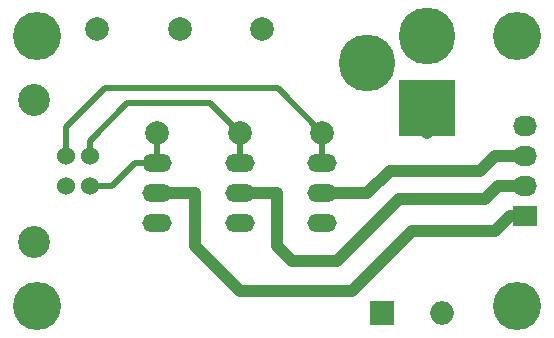
<source format=gtl>
%TF.GenerationSoftware,KiCad,Pcbnew,4.0.1-stable*%
%TF.CreationDate,2016-01-20T19:55:13+01:00*%
%TF.ProjectId,pwm_board,70776D5F626F6172642E6B696361645F,rev?*%
%TF.FileFunction,Copper,L1,Top,Signal*%
%FSLAX46Y46*%
G04 Gerber Fmt 4.6, Leading zero omitted, Abs format (unit mm)*
G04 Created by KiCad (PCBNEW 4.0.1-stable) date Wed 20 Jan 2016 07:55:13 PM CET*
%MOMM*%
G01*
G04 APERTURE LIST*
%ADD10C,0.100000*%
%ADD11O,1.998980X1.998980*%
%ADD12R,1.998980X1.998980*%
%ADD13C,4.800600*%
%ADD14R,4.800600X4.800600*%
%ADD15C,1.524000*%
%ADD16C,2.700020*%
%ADD17C,1.998980*%
%ADD18C,4.064000*%
%ADD19O,2.499360X1.501140*%
%ADD20R,2.032000X1.727200*%
%ADD21O,2.032000X1.727200*%
%ADD22C,1.000000*%
%ADD23C,0.500000*%
G04 APERTURE END LIST*
D10*
D11*
X158115000Y-115570000D03*
D12*
X153035000Y-115570000D03*
D13*
X156845000Y-92075000D03*
D14*
X156845000Y-98171000D03*
D13*
X151765000Y-94361000D03*
D15*
X128270000Y-102235000D03*
X128270000Y-104775000D03*
X126271020Y-104775000D03*
X126271020Y-102235000D03*
D16*
X123571000Y-97505520D03*
X123571000Y-109504480D03*
D17*
X128905000Y-91485591D03*
X133985000Y-100284409D03*
X135890000Y-91485591D03*
X140970000Y-100284409D03*
X142875000Y-91485591D03*
X147955000Y-100284409D03*
D18*
X123825000Y-92075000D03*
X123825000Y-114935000D03*
X164465000Y-114935000D03*
X164465000Y-92075000D03*
D19*
X133985000Y-105410000D03*
X133985000Y-102870000D03*
X133985000Y-107950000D03*
X140970000Y-105410000D03*
X140970000Y-102870000D03*
X140970000Y-107950000D03*
X147955000Y-105410000D03*
X147955000Y-102870000D03*
X147955000Y-107950000D03*
D20*
X165100000Y-107315000D03*
D21*
X165100000Y-104775000D03*
X165100000Y-102235000D03*
X165100000Y-99695000D03*
D22*
X156845000Y-98171000D02*
X157861000Y-98171000D01*
X156845000Y-98171000D02*
X156845000Y-100330000D01*
X156845000Y-100330000D02*
X156845000Y-98171000D01*
X156845000Y-98171000D02*
X155575000Y-99441000D01*
X156845000Y-98171000D02*
X158115000Y-99441000D01*
D23*
X128270000Y-102235000D02*
X128270000Y-100965000D01*
X138475591Y-97790000D02*
X140970000Y-100284409D01*
X131445000Y-97790000D02*
X138475591Y-97790000D01*
X128270000Y-100965000D02*
X131445000Y-97790000D01*
X128270000Y-102235000D02*
X128270000Y-101600000D01*
X140970000Y-100284409D02*
X140970000Y-102870000D01*
X133985000Y-100284409D02*
X133985000Y-102870000D01*
X128270000Y-104775000D02*
X130175000Y-104775000D01*
X132080000Y-102870000D02*
X133985000Y-102870000D01*
X130175000Y-104775000D02*
X132080000Y-102870000D01*
X126271020Y-102235000D02*
X126271020Y-99788980D01*
X144190591Y-96520000D02*
X147955000Y-100284409D01*
X129540000Y-96520000D02*
X144190591Y-96520000D01*
X126271020Y-99788980D02*
X129540000Y-96520000D01*
X147955000Y-100284409D02*
X147955000Y-102870000D01*
X126271020Y-102235000D02*
X126365000Y-102141020D01*
X126271020Y-102235000D02*
X126365000Y-102235000D01*
D22*
X140970000Y-105410000D02*
X144145000Y-105410000D01*
X162848430Y-104775000D02*
X165100000Y-104775000D01*
X161722645Y-105900785D02*
X162848430Y-104775000D01*
X154449215Y-105900785D02*
X161722645Y-105900785D01*
X149225000Y-111125000D02*
X154449215Y-105900785D01*
X145415000Y-111125000D02*
X149225000Y-111125000D01*
X144145000Y-109855000D02*
X145415000Y-111125000D01*
X144145000Y-105410000D02*
X144145000Y-109855000D01*
X165100000Y-102235000D02*
X162560000Y-102235000D01*
X151765000Y-105410000D02*
X147955000Y-105410000D01*
X153670000Y-103505000D02*
X151765000Y-105410000D01*
X161290000Y-103505000D02*
X153670000Y-103505000D01*
X162560000Y-102235000D02*
X161290000Y-103505000D01*
X133985000Y-105410000D02*
X137160000Y-105410000D01*
X163830000Y-107315000D02*
X165100000Y-107315000D01*
X162560000Y-108585000D02*
X163830000Y-107315000D01*
X155575000Y-108585000D02*
X162560000Y-108585000D01*
X150495000Y-113665000D02*
X155575000Y-108585000D01*
X140970000Y-113665000D02*
X150495000Y-113665000D01*
X137160000Y-109855000D02*
X140970000Y-113665000D01*
X137160000Y-105410000D02*
X137160000Y-109855000D01*
M02*

</source>
